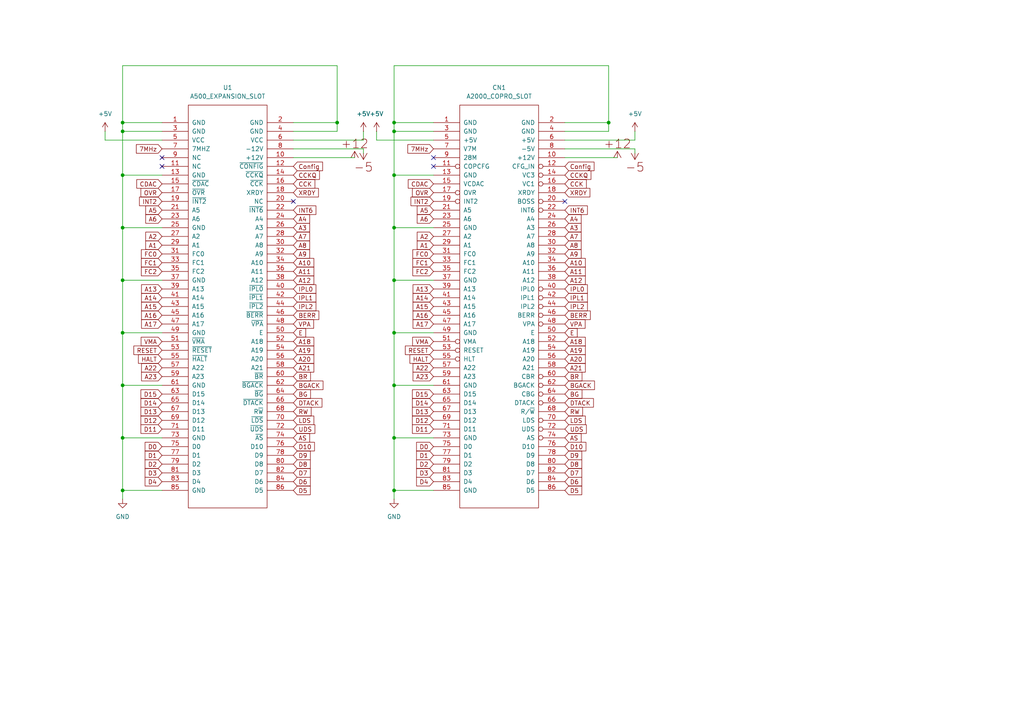
<source format=kicad_sch>
(kicad_sch (version 20250114) (generator "eeschema") (generator_version "9.0")
  (paper "A4")
  (lib_symbols
    (symbol "Amiga:A2000_COPRO_SLOT" (pin_names (offset 1.016))
      (property "Reference" "CN" (at 0 -2.54 0))
      (property "Value" "A2000_COPRO_SLOT" (at 0 2.54 0))
      (symbol "A2000_COPRO_SLOT_1_0"
        (rectangle (start -11.43 -58.42) (end 11.43 58.42))
      )
      (symbol "A2000_COPRO_SLOT_1_1"
        (pin power_out line (at -19.05 53.34 0) (length 7.62) (name "GND") (number "1"))
        (pin passive line (at -19.05 50.8 0) (length 7.62) (name "GND") (number "3"))
        (pin passive line (at -19.05 48.26 0) (length 7.62) (name "+5V") (number "5"))
        (pin output line (at -19.05 45.72 0) (length 7.62) (name "V7M") (number "7"))
        (pin output line (at -19.05 43.18 0) (length 7.62) (name "28M") (number "9"))
        (pin passive inverted (at -19.05 40.64 0) (length 7.62) (name "COPCFG") (number "11"))
        (pin passive line (at -19.05 38.1 0) (length 7.62) (name "GND") (number "13"))
        (pin passive line (at -19.05 35.56 0) (length 7.62) (name "VCDAC") (number "15"))
        (pin passive inverted (at -19.05 33.02 0) (length 7.62) (name "OVR") (number "17"))
        (pin passive inverted (at -19.05 30.48 0) (length 7.62) (name "INT2") (number "19"))
        (pin input line (at -19.05 27.94 0) (length 7.62) (name "A5") (number "21"))
        (pin input line (at -19.05 25.4 0) (length 7.62) (name "A6") (number "23"))
        (pin passive line (at -19.05 22.86 0) (length 7.62) (name "GND") (number "25"))
        (pin input line (at -19.05 20.32 0) (length 7.62) (name "A2") (number "27"))
        (pin input line (at -19.05 17.78 0) (length 7.62) (name "A1") (number "29"))
        (pin passive line (at -19.05 15.24 0) (length 7.62) (name "FC0") (number "31"))
        (pin passive line (at -19.05 12.7 0) (length 7.62) (name "FC1") (number "33"))
        (pin passive line (at -19.05 10.16 0) (length 7.62) (name "FC2") (number "35"))
        (pin passive line (at -19.05 7.62 0) (length 7.62) (name "GND") (number "37"))
        (pin input line (at -19.05 5.08 0) (length 7.62) (name "A13") (number "39"))
        (pin input line (at -19.05 2.54 0) (length 7.62) (name "A14") (number "41"))
        (pin input line (at -19.05 0 0) (length 7.62) (name "A15") (number "43"))
        (pin input line (at -19.05 -2.54 0) (length 7.62) (name "A16") (number "45"))
        (pin input line (at -19.05 -5.08 0) (length 7.62) (name "A17") (number "47"))
        (pin passive line (at -19.05 -7.62 0) (length 7.62) (name "GND") (number "49"))
        (pin passive inverted (at -19.05 -10.16 0) (length 7.62) (name "VMA") (number "51"))
        (pin passive inverted (at -19.05 -12.7 0) (length 7.62) (name "RESET") (number "53"))
        (pin passive inverted (at -19.05 -15.24 0) (length 7.62) (name "HLT") (number "55"))
        (pin input line (at -19.05 -17.78 0) (length 7.62) (name "A22") (number "57"))
        (pin input line (at -19.05 -20.32 0) (length 7.62) (name "A23") (number "59"))
        (pin passive line (at -19.05 -22.86 0) (length 7.62) (name "GND") (number "61"))
        (pin bidirectional line (at -19.05 -25.4 0) (length 7.62) (name "D15") (number "63"))
        (pin bidirectional line (at -19.05 -27.94 0) (length 7.62) (name "D14") (number "65"))
        (pin bidirectional line (at -19.05 -30.48 0) (length 7.62) (name "D13") (number "67"))
        (pin bidirectional line (at -19.05 -33.02 0) (length 7.62) (name "D12") (number "69"))
        (pin bidirectional line (at -19.05 -35.56 0) (length 7.62) (name "D11") (number "71"))
        (pin passive line (at -19.05 -38.1 0) (length 7.62) (name "GND") (number "73"))
        (pin bidirectional line (at -19.05 -40.64 0) (length 7.62) (name "D0") (number "75"))
        (pin bidirectional line (at -19.05 -43.18 0) (length 7.62) (name "D1") (number "77"))
        (pin bidirectional line (at -19.05 -45.72 0) (length 7.62) (name "D2") (number "79"))
        (pin bidirectional line (at -19.05 -48.26 0) (length 7.62) (name "D3") (number "81"))
        (pin bidirectional line (at -19.05 -50.8 0) (length 7.62) (name "D4") (number "83"))
        (pin passive line (at -19.05 -53.34 0) (length 7.62) (name "GND") (number "85"))
        (pin passive line (at 19.05 53.34 180) (length 7.62) (name "GND") (number "2"))
        (pin passive line (at 19.05 50.8 180) (length 7.62) (name "GND") (number "4"))
        (pin power_out line (at 19.05 48.26 180) (length 7.62) (name "+5V") (number "6"))
        (pin power_out line (at 19.05 45.72 180) (length 7.62) (name "-5V") (number "8"))
        (pin power_out line (at 19.05 43.18 180) (length 7.62) (name "+12V") (number "10"))
        (pin passive inverted (at 19.05 40.64 180) (length 7.62) (name "CFG_IN") (number "12"))
        (pin passive inverted (at 19.05 38.1 180) (length 7.62) (name "VC3") (number "14"))
        (pin passive inverted (at 19.05 35.56 180) (length 7.62) (name "VC1") (number "16"))
        (pin passive line (at 19.05 33.02 180) (length 7.62) (name "XRDY") (number "18"))
        (pin passive inverted (at 19.05 30.48 180) (length 7.62) (name "BOSS") (number "20"))
        (pin passive inverted (at 19.05 27.94 180) (length 7.62) (name "INT6") (number "22"))
        (pin input line (at 19.05 25.4 180) (length 7.62) (name "A4") (number "24"))
        (pin input line (at 19.05 22.86 180) (length 7.62) (name "A3") (number "26"))
        (pin input line (at 19.05 20.32 180) (length 7.62) (name "A7") (number "28"))
        (pin input line (at 19.05 17.78 180) (length 7.62) (name "A8") (number "30"))
        (pin input line (at 19.05 15.24 180) (length 7.62) (name "A9") (number "32"))
        (pin input line (at 19.05 12.7 180) (length 7.62) (name "A10") (number "34"))
        (pin input line (at 19.05 10.16 180) (length 7.62) (name "A11") (number "36"))
        (pin input line (at 19.05 7.62 180) (length 7.62) (name "A12") (number "38"))
        (pin passive inverted (at 19.05 5.08 180) (length 7.62) (name "IPL0") (number "40"))
        (pin passive inverted (at 19.05 2.54 180) (length 7.62) (name "IPL1") (number "42"))
        (pin passive inverted (at 19.05 0 180) (length 7.62) (name "IPL2") (number "44"))
        (pin passive inverted (at 19.05 -2.54 180) (length 7.62) (name "BERR") (number "46"))
        (pin passive inverted (at 19.05 -5.08 180) (length 7.62) (name "VPA") (number "48"))
        (pin passive line (at 19.05 -7.62 180) (length 7.62) (name "E") (number "50"))
        (pin input line (at 19.05 -10.16 180) (length 7.62) (name "A18") (number "52"))
        (pin input line (at 19.05 -12.7 180) (length 7.62) (name "A19") (number "54"))
        (pin input line (at 19.05 -15.24 180) (length 7.62) (name "A20") (number "56"))
        (pin input line (at 19.05 -17.78 180) (length 7.62) (name "A21") (number "58"))
        (pin passive inverted (at 19.05 -20.32 180) (length 7.62) (name "CBR") (number "60"))
        (pin passive inverted (at 19.05 -22.86 180) (length 7.62) (name "BGACK") (number "62"))
        (pin passive inverted (at 19.05 -25.4 180) (length 7.62) (name "CBG") (number "64"))
        (pin passive inverted (at 19.05 -27.94 180) (length 7.62) (name "DTACK") (number "66"))
        (pin input line (at 19.05 -30.48 180) (length 7.62) (name "R/~{W}") (number "68"))
        (pin passive inverted (at 19.05 -33.02 180) (length 7.62) (name "LDS") (number "70"))
        (pin passive inverted (at 19.05 -35.56 180) (length 7.62) (name "UDS") (number "72"))
        (pin passive inverted (at 19.05 -38.1 180) (length 7.62) (name "AS") (number "74"))
        (pin bidirectional line (at 19.05 -40.64 180) (length 7.62) (name "D10") (number "76"))
        (pin bidirectional line (at 19.05 -43.18 180) (length 7.62) (name "D9") (number "78"))
        (pin bidirectional line (at 19.05 -45.72 180) (length 7.62) (name "D8") (number "80"))
        (pin bidirectional line (at 19.05 -48.26 180) (length 7.62) (name "D7") (number "82"))
        (pin bidirectional line (at 19.05 -50.8 180) (length 7.62) (name "D6") (number "84"))
        (pin bidirectional line (at 19.05 -53.34 180) (length 7.62) (name "D5") (number "86"))
      )
    )
    (symbol "Amiga:A500_EXPANSION_SLOT" (pin_names (offset 1.016))
      (property "Reference" "U" (at 0 -2.54 0))
      (property "Value" "A500_EXPANSION_SLOT" (at 0 2.54 0))
      (symbol "A500_EXPANSION_SLOT_1_0"
        (rectangle (start -11.43 -58.42) (end 11.43 58.42))
      )
      (symbol "A500_EXPANSION_SLOT_1_1"
        (pin power_in line (at -19.05 53.34 0) (length 7.62) (name "GND") (number "1"))
        (pin power_in line (at -19.05 50.8 0) (length 7.62) (name "GND") (number "3"))
        (pin power_in line (at -19.05 48.26 0) (length 7.62) (name "VCC") (number "5"))
        (pin input line (at -19.05 45.72 0) (length 7.62) (name "7MHZ") (number "7"))
        (pin no_connect line (at -19.05 43.18 0) (length 7.62) (name "NC") (number "9"))
        (pin no_connect line (at -19.05 40.64 0) (length 7.62) (name "NC") (number "11"))
        (pin power_in line (at -19.05 38.1 0) (length 7.62) (name "GND") (number "13"))
        (pin input line (at -19.05 35.56 0) (length 7.62) (name "~{CDAC}") (number "15"))
        (pin output line (at -19.05 33.02 0) (length 7.62) (name "~{OVR}") (number "17"))
        (pin open_collector line (at -19.05 30.48 0) (length 7.62) (name "~{INT2}") (number "19"))
        (pin input line (at -19.05 27.94 0) (length 7.62) (name "A5") (number "21"))
        (pin input line (at -19.05 25.4 0) (length 7.62) (name "A6") (number "23"))
        (pin power_in line (at -19.05 22.86 0) (length 7.62) (name "GND") (number "25"))
        (pin input line (at -19.05 20.32 0) (length 7.62) (name "A2") (number "27"))
        (pin input line (at -19.05 17.78 0) (length 7.62) (name "A1") (number "29"))
        (pin input line (at -19.05 15.24 0) (length 7.62) (name "FC0") (number "31"))
        (pin input line (at -19.05 12.7 0) (length 7.62) (name "FC1") (number "33"))
        (pin input line (at -19.05 10.16 0) (length 7.62) (name "FC2") (number "35"))
        (pin power_in line (at -19.05 7.62 0) (length 7.62) (name "GND") (number "37"))
        (pin input line (at -19.05 5.08 0) (length 7.62) (name "A13") (number "39"))
        (pin input line (at -19.05 2.54 0) (length 7.62) (name "A14") (number "41"))
        (pin input line (at -19.05 0 0) (length 7.62) (name "A15") (number "43"))
        (pin input line (at -19.05 -2.54 0) (length 7.62) (name "A16") (number "45"))
        (pin input line (at -19.05 -5.08 0) (length 7.62) (name "A17") (number "47"))
        (pin power_in line (at -19.05 -7.62 0) (length 7.62) (name "GND") (number "49"))
        (pin input line (at -19.05 -10.16 0) (length 7.62) (name "~{VMA}") (number "51"))
        (pin bidirectional line (at -19.05 -12.7 0) (length 7.62) (name "~{RESET}") (number "53"))
        (pin bidirectional line (at -19.05 -15.24 0) (length 7.62) (name "~{HALT}") (number "55"))
        (pin input line (at -19.05 -17.78 0) (length 7.62) (name "A22") (number "57"))
        (pin input line (at -19.05 -20.32 0) (length 7.62) (name "A23") (number "59"))
        (pin power_in line (at -19.05 -22.86 0) (length 7.62) (name "GND") (number "61"))
        (pin bidirectional line (at -19.05 -25.4 0) (length 7.62) (name "D15") (number "63"))
        (pin bidirectional line (at -19.05 -27.94 0) (length 7.62) (name "D14") (number "65"))
        (pin bidirectional line (at -19.05 -30.48 0) (length 7.62) (name "D13") (number "67"))
        (pin bidirectional line (at -19.05 -33.02 0) (length 7.62) (name "D12") (number "69"))
        (pin bidirectional line (at -19.05 -35.56 0) (length 7.62) (name "D11") (number "71"))
        (pin power_in line (at -19.05 -38.1 0) (length 7.62) (name "GND") (number "73"))
        (pin bidirectional line (at -19.05 -40.64 0) (length 7.62) (name "D0") (number "75"))
        (pin bidirectional line (at -19.05 -43.18 0) (length 7.62) (name "D1") (number "77"))
        (pin bidirectional line (at -19.05 -45.72 0) (length 7.62) (name "D2") (number "79"))
        (pin bidirectional line (at -19.05 -48.26 0) (length 7.62) (name "D3") (number "81"))
        (pin bidirectional line (at -19.05 -50.8 0) (length 7.62) (name "D4") (number "83"))
        (pin input line (at -19.05 -53.34 0) (length 7.62) (name "GND") (number "85"))
        (pin power_in line (at 19.05 53.34 180) (length 7.62) (name "GND") (number "2"))
        (pin power_in line (at 19.05 50.8 180) (length 7.62) (name "GND") (number "4"))
        (pin power_in line (at 19.05 48.26 180) (length 7.62) (name "VCC") (number "6"))
        (pin power_in line (at 19.05 45.72 180) (length 7.62) (name "-12V") (number "8"))
        (pin power_in line (at 19.05 43.18 180) (length 7.62) (name "+12V") (number "10"))
        (pin input line (at 19.05 40.64 180) (length 7.62) (name "~{CONFIG}") (number "12"))
        (pin input line (at 19.05 38.1 180) (length 7.62) (name "~{CCKQ}") (number "14"))
        (pin input line (at 19.05 35.56 180) (length 7.62) (name "~{CCK}") (number "16"))
        (pin output line (at 19.05 33.02 180) (length 7.62) (name "XRDY") (number "18"))
        (pin no_connect line (at 19.05 30.48 180) (length 7.62) (name "NC") (number "20"))
        (pin open_collector line (at 19.05 27.94 180) (length 7.62) (name "~{INT6}") (number "22"))
        (pin input line (at 19.05 25.4 180) (length 7.62) (name "A4") (number "24"))
        (pin input line (at 19.05 22.86 180) (length 7.62) (name "A3") (number "26"))
        (pin input line (at 19.05 20.32 180) (length 7.62) (name "A7") (number "28"))
        (pin input line (at 19.05 17.78 180) (length 7.62) (name "A8") (number "30"))
        (pin input line (at 19.05 15.24 180) (length 7.62) (name "A9") (number "32"))
        (pin input line (at 19.05 12.7 180) (length 7.62) (name "A10") (number "34"))
        (pin input line (at 19.05 10.16 180) (length 7.62) (name "A11") (number "36"))
        (pin input line (at 19.05 7.62 180) (length 7.62) (name "A12") (number "38"))
        (pin input line (at 19.05 5.08 180) (length 7.62) (name "~{IPL0}") (number "40"))
        (pin input line (at 19.05 2.54 180) (length 7.62) (name "~{IPL1}") (number "42"))
        (pin input line (at 19.05 0 180) (length 7.62) (name "~{IPL2}") (number "44"))
        (pin bidirectional line (at 19.05 -2.54 180) (length 7.62) (name "~{BERR}") (number "46"))
        (pin output line (at 19.05 -5.08 180) (length 7.62) (name "~{VPA}") (number "48"))
        (pin input line (at 19.05 -7.62 180) (length 7.62) (name "E") (number "50"))
        (pin input line (at 19.05 -10.16 180) (length 7.62) (name "A18") (number "52"))
        (pin input line (at 19.05 -12.7 180) (length 7.62) (name "A19") (number "54"))
        (pin input line (at 19.05 -15.24 180) (length 7.62) (name "A20") (number "56"))
        (pin input line (at 19.05 -17.78 180) (length 7.62) (name "A21") (number "58"))
        (pin output line (at 19.05 -20.32 180) (length 7.62) (name "~{BR}") (number "60"))
        (pin output line (at 19.05 -22.86 180) (length 7.62) (name "~{BGACK}") (number "62"))
        (pin input line (at 19.05 -25.4 180) (length 7.62) (name "~{BG}") (number "64"))
        (pin input line (at 19.05 -27.94 180) (length 7.62) (name "~{DTACK}") (number "66"))
        (pin input line (at 19.05 -30.48 180) (length 7.62) (name "R~{W}") (number "68"))
        (pin input line (at 19.05 -33.02 180) (length 7.62) (name "~{LDS}") (number "70"))
        (pin input line (at 19.05 -35.56 180) (length 7.62) (name "~{UDS}") (number "72"))
        (pin input line (at 19.05 -38.1 180) (length 7.62) (name "~{AS}") (number "74"))
        (pin bidirectional line (at 19.05 -40.64 180) (length 7.62) (name "D10") (number "76"))
        (pin bidirectional line (at 19.05 -43.18 180) (length 7.62) (name "D9") (number "78"))
        (pin bidirectional line (at 19.05 -45.72 180) (length 7.62) (name "D8") (number "80"))
        (pin bidirectional line (at 19.05 -48.26 180) (length 7.62) (name "D7") (number "82"))
        (pin bidirectional line (at 19.05 -50.8 180) (length 7.62) (name "D6") (number "84"))
        (pin bidirectional line (at 19.05 -53.34 180) (length 7.62) (name "D5") (number "86"))
      )
    )
    (symbol "PCM_Generic:P,+12" (power) (pin_numbers (hide yes)) (pin_names (offset 1.27) (hide yes))
      (symbol "P,+12_1_1"
        (polyline (pts (xy -1.0668 0) (xy 0 1.8288) (xy 1.0668 0)))
        (polyline (pts (xy 0 0) (xy 0 1.8288)))
        (text "+12" (at 0 2.54 0) (effects (font (size 2.54 2.54)) (justify bottom)))
        (pin power_in line (at 0 0 0) (length 0) (hide yes) (name "+10") (number "0"))
      )
    )
    (symbol "PCM_Generic:P,-5" (power) (pin_numbers (hide yes)) (pin_names (offset 1.27) (hide yes))
      (symbol "P,-5_1_1"
        (polyline (pts (xy -1.0668 0) (xy 0 -1.8288) (xy 1.0668 0)))
        (polyline (pts (xy 0 0) (xy 0 -1.8288)))
        (text "-5" (at 0 -2.54 0) (effects (font (size 2.54 2.54)) (justify top)))
        (pin power_in line (at 0 0 0) (length 0) (hide yes) (name "-5") (number "0"))
      )
    )
    (symbol "power:+5V" (power) (pin_numbers (hide yes)) (pin_names (offset 0) (hide yes))
      (property "Value" "+5V" (at 0 3.556 0))
      (symbol "+5V_0_1"
        (polyline (pts (xy -0.762 1.27) (xy 0 2.54)))
        (polyline (pts (xy 0 2.54) (xy 0.762 1.27)))
        (polyline (pts (xy 0 0) (xy 0 2.54)))
      )
      (symbol "+5V_1_1"
        (pin power_in line (at 0 0 90) (length 0) (name "~") (number "1"))
      )
    )
    (symbol "power:GND" (power) (pin_numbers (hide yes)) (pin_names (offset 0) (hide yes))
      (property "Value" "GND" (at 0 -3.81 0))
      (symbol "GND_0_1"
        (polyline (pts (xy 0 0) (xy 0 -1.27) (xy 1.27 -1.27) (xy 0 -2.54) (xy -1.27 -1.27) (xy 0 -1.27)))
      )
      (symbol "GND_1_1"
        (pin power_in line (at 0 0 270) (length 0) (name "~") (number "1"))
      )
    )
  )
  (junction (at 35.56 50.8))
  (junction (at 114.3 50.8))
  (junction (at 35.56 66.04))
  (junction (at 114.3 111.76))
  (junction (at 114.3 96.52))
  (junction (at 176.53 35.56))
  (junction (at 35.56 111.76))
  (junction (at 114.3 142.24))
  (junction (at 35.56 127))
  (junction (at 35.56 35.56))
  (junction (at 35.56 142.24))
  (junction (at 97.79 35.56))
  (junction (at 114.3 81.28))
  (junction (at 35.56 96.52))
  (junction (at 114.3 38.1))
  (junction (at 114.3 66.04))
  (junction (at 114.3 127))
  (junction (at 35.56 81.28))
  (junction (at 35.56 38.1))
  (junction (at 114.3 35.56))
  (no_connect (at 46.99 45.72))
  (no_connect (at 125.73 48.26))
  (no_connect (at 46.99 48.26))
  (no_connect (at 163.83 58.42))
  (no_connect (at 125.73 45.72))
  (no_connect (at 85.09 58.42))
  (wire (pts (xy 114.3 81.28) (xy 114.3 66.04)))
  (wire (pts (xy 85.09 38.1) (xy 97.79 38.1)))
  (wire (pts (xy 35.56 35.56) (xy 46.99 35.56)))
  (wire (pts (xy 35.56 96.52) (xy 46.99 96.52)))
  (wire (pts (xy 35.56 142.24) (xy 35.56 127)))
  (wire (pts (xy 184.15 43.18) (xy 184.15 44.45)))
  (wire (pts (xy 105.41 40.64) (xy 105.41 38.1)))
  (wire (pts (xy 85.09 35.56) (xy 97.79 35.56)))
  (wire (pts (xy 114.3 111.76) (xy 114.3 96.52)))
  (wire (pts (xy 163.83 40.64) (xy 184.15 40.64)))
  (wire (pts (xy 97.79 35.56) (xy 97.79 19.05)))
  (wire (pts (xy 114.3 81.28) (xy 125.73 81.28)))
  (wire (pts (xy 176.53 35.56) (xy 176.53 19.05)))
  (wire (pts (xy 114.3 96.52) (xy 125.73 96.52)))
  (wire (pts (xy 85.09 40.64) (xy 105.41 40.64)))
  (wire (pts (xy 114.3 19.05) (xy 114.3 35.56)))
  (wire (pts (xy 35.56 142.24) (xy 46.99 142.24)))
  (wire (pts (xy 114.3 127) (xy 125.73 127)))
  (wire (pts (xy 114.3 111.76) (xy 125.73 111.76)))
  (wire (pts (xy 114.3 66.04) (xy 125.73 66.04)))
  (wire (pts (xy 114.3 35.56) (xy 125.73 35.56)))
  (wire (pts (xy 163.83 43.18) (xy 184.15 43.18)))
  (wire (pts (xy 35.56 127) (xy 46.99 127)))
  (wire (pts (xy 114.3 50.8) (xy 114.3 38.1)))
  (wire (pts (xy 114.3 38.1) (xy 125.73 38.1)))
  (wire (pts (xy 105.41 43.18) (xy 105.41 44.45)))
  (wire (pts (xy 114.3 38.1) (xy 114.3 35.56)))
  (wire (pts (xy 35.56 96.52) (xy 35.56 81.28)))
  (wire (pts (xy 35.56 111.76) (xy 46.99 111.76)))
  (wire (pts (xy 163.83 35.56) (xy 176.53 35.56)))
  (wire (pts (xy 184.15 40.64) (xy 184.15 38.1)))
  (wire (pts (xy 163.83 45.72) (xy 179.07 45.72)))
  (wire (pts (xy 35.56 81.28) (xy 46.99 81.28)))
  (wire (pts (xy 35.56 66.04) (xy 46.99 66.04)))
  (wire (pts (xy 30.48 38.1) (xy 30.48 40.64)))
  (wire (pts (xy 97.79 38.1) (xy 97.79 35.56)))
  (wire (pts (xy 97.79 19.05) (xy 35.56 19.05)))
  (wire (pts (xy 109.22 38.1) (xy 109.22 40.64)))
  (wire (pts (xy 35.56 50.8) (xy 35.56 38.1)))
  (wire (pts (xy 35.56 50.8) (xy 46.99 50.8)))
  (wire (pts (xy 35.56 38.1) (xy 35.56 35.56)))
  (wire (pts (xy 46.99 40.64) (xy 30.48 40.64)))
  (wire (pts (xy 163.83 38.1) (xy 176.53 38.1)))
  (wire (pts (xy 85.09 43.18) (xy 105.41 43.18)))
  (wire (pts (xy 114.3 96.52) (xy 114.3 81.28)))
  (wire (pts (xy 176.53 38.1) (xy 176.53 35.56)))
  (wire (pts (xy 114.3 50.8) (xy 125.73 50.8)))
  (wire (pts (xy 85.09 45.72) (xy 102.87 45.72)))
  (wire (pts (xy 35.56 19.05) (xy 35.56 35.56)))
  (wire (pts (xy 35.56 127) (xy 35.56 111.76)))
  (wire (pts (xy 176.53 19.05) (xy 114.3 19.05)))
  (wire (pts (xy 35.56 38.1) (xy 46.99 38.1)))
  (wire (pts (xy 114.3 144.78) (xy 114.3 142.24)))
  (wire (pts (xy 35.56 81.28) (xy 35.56 66.04)))
  (wire (pts (xy 114.3 142.24) (xy 114.3 127)))
  (wire (pts (xy 125.73 40.64) (xy 109.22 40.64)))
  (wire (pts (xy 35.56 144.78) (xy 35.56 142.24)))
  (wire (pts (xy 35.56 111.76) (xy 35.56 96.52)))
  (wire (pts (xy 114.3 127) (xy 114.3 111.76)))
  (wire (pts (xy 114.3 142.24) (xy 125.73 142.24)))
  (wire (pts (xy 114.3 66.04) (xy 114.3 50.8)))
  (wire (pts (xy 35.56 66.04) (xy 35.56 50.8)))
  (global_label "A1" (shape input) (at 46.99 71.12 180) (property "Intersheetrefs" "${INTERSHEET_REFS}" (effects (hide yes))))
  (global_label "A10" (shape input) (at 163.83 76.2 0) (property "Intersheetrefs" "${INTERSHEET_REFS}" (effects (hide yes))))
  (global_label "A23" (shape input) (at 125.73 109.22 180) (property "Intersheetrefs" "${INTERSHEET_REFS}" (effects (hide yes))))
  (global_label "BG" (shape input) (at 85.09 114.3 0) (property "Intersheetrefs" "${INTERSHEET_REFS}" (effects (hide yes))))
  (global_label "D6" (shape input) (at 163.83 139.7 0) (property "Intersheetrefs" "${INTERSHEET_REFS}" (effects (hide yes))))
  (global_label "VMA" (shape input) (at 125.73 99.06 180) (property "Intersheetrefs" "${INTERSHEET_REFS}" (effects (hide yes))))
  (global_label "A18" (shape input) (at 85.09 99.06 0) (property "Intersheetrefs" "${INTERSHEET_REFS}" (effects (hide yes))))
  (global_label "D5" (shape input) (at 163.83 142.24 0) (property "Intersheetrefs" "${INTERSHEET_REFS}" (effects (hide yes))))
  (global_label "CCKQ" (shape input) (at 163.83 50.8 0) (property "Intersheetrefs" "${INTERSHEET_REFS}" (effects (hide yes))))
  (global_label "RW" (shape input) (at 163.83 119.38 0) (property "Intersheetrefs" "${INTERSHEET_REFS}" (effects (hide yes))))
  (global_label "A8" (shape input) (at 85.09 71.12 0) (property "Intersheetrefs" "${INTERSHEET_REFS}" (effects (hide yes))))
  (global_label "D9" (shape input) (at 85.09 132.08 0) (property "Intersheetrefs" "${INTERSHEET_REFS}" (effects (hide yes))))
  (global_label "D11" (shape input) (at 46.99 124.46 180) (property "Intersheetrefs" "${INTERSHEET_REFS}" (effects (hide yes))))
  (global_label "A14" (shape input) (at 125.73 86.36 180) (property "Intersheetrefs" "${INTERSHEET_REFS}" (effects (hide yes))))
  (global_label "FC1" (shape input) (at 125.73 76.2 180) (property "Intersheetrefs" "${INTERSHEET_REFS}" (effects (hide yes))))
  (global_label "AS" (shape input) (at 163.83 127 0) (property "Intersheetrefs" "${INTERSHEET_REFS}" (effects (hide yes))))
  (global_label "A3" (shape input) (at 163.83 66.04 0) (property "Intersheetrefs" "${INTERSHEET_REFS}" (effects (hide yes))))
  (global_label "CDAC" (shape input) (at 125.73 53.34 180) (property "Intersheetrefs" "${INTERSHEET_REFS}" (effects (hide yes))))
  (global_label "E" (shape input) (at 85.09 96.52 0) (property "Intersheetrefs" "${INTERSHEET_REFS}" (effects (hide yes))))
  (global_label "D7" (shape input) (at 85.09 137.16 0) (property "Intersheetrefs" "${INTERSHEET_REFS}" (effects (hide yes))))
  (global_label "AS" (shape input) (at 85.09 127 0) (property "Intersheetrefs" "${INTERSHEET_REFS}" (effects (hide yes))))
  (global_label "D14" (shape input) (at 46.99 116.84 180) (property "Intersheetrefs" "${INTERSHEET_REFS}" (effects (hide yes))))
  (global_label "D12" (shape input) (at 125.73 121.92 180) (property "Intersheetrefs" "${INTERSHEET_REFS}" (effects (hide yes))))
  (global_label "A13" (shape input) (at 125.73 83.82 180) (property "Intersheetrefs" "${INTERSHEET_REFS}" (effects (hide yes))))
  (global_label "A4" (shape input) (at 163.83 63.5 0) (property "Intersheetrefs" "${INTERSHEET_REFS}" (effects (hide yes))))
  (global_label "LDS" (shape input) (at 85.09 121.92 0) (property "Intersheetrefs" "${INTERSHEET_REFS}" (effects (hide yes))))
  (global_label "D10" (shape input) (at 163.83 129.54 0) (property "Intersheetrefs" "${INTERSHEET_REFS}" (effects (hide yes))))
  (global_label "IPL1" (shape input) (at 163.83 86.36 0) (property "Intersheetrefs" "${INTERSHEET_REFS}" (effects (hide yes))))
  (global_label "A1" (shape input) (at 125.73 71.12 180) (property "Intersheetrefs" "${INTERSHEET_REFS}" (effects (hide yes))))
  (global_label "IPL0" (shape input) (at 163.83 83.82 0) (property "Intersheetrefs" "${INTERSHEET_REFS}" (effects (hide yes))))
  (global_label "A6" (shape input) (at 125.73 63.5 180) (property "Intersheetrefs" "${INTERSHEET_REFS}" (effects (hide yes))))
  (global_label "A13" (shape input) (at 46.99 83.82 180) (property "Intersheetrefs" "${INTERSHEET_REFS}" (effects (hide yes))))
  (global_label "A14" (shape input) (at 46.99 86.36 180) (property "Intersheetrefs" "${INTERSHEET_REFS}" (effects (hide yes))))
  (global_label "A7" (shape input) (at 85.09 68.58 0) (property "Intersheetrefs" "${INTERSHEET_REFS}" (effects (hide yes))))
  (global_label "D13" (shape input) (at 125.73 119.38 180) (property "Intersheetrefs" "${INTERSHEET_REFS}" (effects (hide yes))))
  (global_label "HALT" (shape input) (at 46.99 104.14 180) (property "Intersheetrefs" "${INTERSHEET_REFS}" (effects (hide yes))))
  (global_label "D1" (shape input) (at 125.73 132.08 180) (property "Intersheetrefs" "${INTERSHEET_REFS}" (effects (hide yes))))
  (global_label "A17" (shape input) (at 46.99 93.98 180) (property "Intersheetrefs" "${INTERSHEET_REFS}" (effects (hide yes))))
  (global_label "CCK" (shape input) (at 163.83 53.34 0) (property "Intersheetrefs" "${INTERSHEET_REFS}" (effects (hide yes))))
  (global_label "IPL1" (shape input) (at 85.09 86.36 0) (property "Intersheetrefs" "${INTERSHEET_REFS}" (effects (hide yes))))
  (global_label "A7" (shape input) (at 163.83 68.58 0) (property "Intersheetrefs" "${INTERSHEET_REFS}" (effects (hide yes))))
  (global_label "BERR" (shape input) (at 163.83 91.44 0) (property "Intersheetrefs" "${INTERSHEET_REFS}" (effects (hide yes))))
  (global_label "A4" (shape input) (at 85.09 63.5 0) (property "Intersheetrefs" "${INTERSHEET_REFS}" (effects (hide yes))))
  (global_label "A20" (shape input) (at 163.83 104.14 0) (property "Intersheetrefs" "${INTERSHEET_REFS}" (effects (hide yes))))
  (global_label "FC1" (shape input) (at 46.99 76.2 180) (property "Intersheetrefs" "${INTERSHEET_REFS}" (effects (hide yes))))
  (global_label "RESET" (shape input) (at 125.73 101.6 180) (property "Intersheetrefs" "${INTERSHEET_REFS}" (effects (hide yes))))
  (global_label "D3" (shape input) (at 46.99 137.16 180) (property "Intersheetrefs" "${INTERSHEET_REFS}" (effects (hide yes))))
  (global_label "INT2" (shape input) (at 46.99 58.42 180) (property "Intersheetrefs" "${INTERSHEET_REFS}" (effects (hide yes))))
  (global_label "UDS" (shape input) (at 85.09 124.46 0) (property "Intersheetrefs" "${INTERSHEET_REFS}" (effects (hide yes))))
  (global_label "D15" (shape input) (at 46.99 114.3 180) (property "Intersheetrefs" "${INTERSHEET_REFS}" (effects (hide yes))))
  (global_label "A9" (shape input) (at 85.09 73.66 0) (property "Intersheetrefs" "${INTERSHEET_REFS}" (effects (hide yes))))
  (global_label "A20" (shape input) (at 85.09 104.14 0) (property "Intersheetrefs" "${INTERSHEET_REFS}" (effects (hide yes))))
  (global_label "BR" (shape input) (at 85.09 109.22 0) (property "Intersheetrefs" "${INTERSHEET_REFS}" (effects (hide yes))))
  (global_label "D8" (shape input) (at 163.83 134.62 0) (property "Intersheetrefs" "${INTERSHEET_REFS}" (effects (hide yes))))
  (global_label "7MHz" (shape input) (at 46.99 43.18 180) (property "Intersheetrefs" "${INTERSHEET_REFS}" (effects (hide yes))))
  (global_label "BGACK" (shape input) (at 163.83 111.76 0) (property "Intersheetrefs" "${INTERSHEET_REFS}" (effects (hide yes))))
  (global_label "A9" (shape input) (at 163.83 73.66 0) (property "Intersheetrefs" "${INTERSHEET_REFS}" (effects (hide yes))))
  (global_label "A12" (shape input) (at 163.83 81.28 0) (property "Intersheetrefs" "${INTERSHEET_REFS}" (effects (hide yes))))
  (global_label "D4" (shape input) (at 125.73 139.7 180) (property "Intersheetrefs" "${INTERSHEET_REFS}" (effects (hide yes))))
  (global_label "D12" (shape input) (at 46.99 121.92 180) (property "Intersheetrefs" "${INTERSHEET_REFS}" (effects (hide yes))))
  (global_label "D7" (shape input) (at 163.83 137.16 0) (property "Intersheetrefs" "${INTERSHEET_REFS}" (effects (hide yes))))
  (global_label "LDS" (shape input) (at 163.83 121.92 0) (property "Intersheetrefs" "${INTERSHEET_REFS}" (effects (hide yes))))
  (global_label "A3" (shape input) (at 85.09 66.04 0) (property "Intersheetrefs" "${INTERSHEET_REFS}" (effects (hide yes))))
  (global_label "OVR" (shape input) (at 46.99 55.88 180) (property "Intersheetrefs" "${INTERSHEET_REFS}" (effects (hide yes))))
  (global_label "A17" (shape input) (at 125.73 93.98 180) (property "Intersheetrefs" "${INTERSHEET_REFS}" (effects (hide yes))))
  (global_label "D10" (shape input) (at 85.09 129.54 0) (property "Intersheetrefs" "${INTERSHEET_REFS}" (effects (hide yes))))
  (global_label "BR" (shape input) (at 163.83 109.22 0) (property "Intersheetrefs" "${INTERSHEET_REFS}" (effects (hide yes))))
  (global_label "D3" (shape input) (at 125.73 137.16 180) (property "Intersheetrefs" "${INTERSHEET_REFS}" (effects (hide yes))))
  (global_label "A15" (shape input) (at 125.73 88.9 180) (property "Intersheetrefs" "${INTERSHEET_REFS}" (effects (hide yes))))
  (global_label "DTACK" (shape input) (at 163.83 116.84 0) (property "Intersheetrefs" "${INTERSHEET_REFS}" (effects (hide yes))))
  (global_label "Config" (shape input) (at 163.83 48.26 0) (property "Intersheetrefs" "${INTERSHEET_REFS}" (effects (hide yes))))
  (global_label "7MHz" (shape input) (at 125.73 43.18 180) (property "Intersheetrefs" "${INTERSHEET_REFS}" (effects (hide yes))))
  (global_label "D1" (shape input) (at 46.99 132.08 180) (property "Intersheetrefs" "${INTERSHEET_REFS}" (effects (hide yes))))
  (global_label "XRDY" (shape input) (at 163.83 55.88 0) (property "Intersheetrefs" "${INTERSHEET_REFS}" (effects (hide yes))))
  (global_label "FC0" (shape input) (at 46.99 73.66 180) (property "Intersheetrefs" "${INTERSHEET_REFS}" (effects (hide yes))))
  (global_label "A16" (shape input) (at 125.73 91.44 180) (property "Intersheetrefs" "${INTERSHEET_REFS}" (effects (hide yes))))
  (global_label "D11" (shape input) (at 125.73 124.46 180) (property "Intersheetrefs" "${INTERSHEET_REFS}" (effects (hide yes))))
  (global_label "A15" (shape input) (at 46.99 88.9 180) (property "Intersheetrefs" "${INTERSHEET_REFS}" (effects (hide yes))))
  (global_label "D14" (shape input) (at 125.73 116.84 180) (property "Intersheetrefs" "${INTERSHEET_REFS}" (effects (hide yes))))
  (global_label "A16" (shape input) (at 46.99 91.44 180) (property "Intersheetrefs" "${INTERSHEET_REFS}" (effects (hide yes))))
  (global_label "CCKQ" (shape input) (at 85.09 50.8 0) (property "Intersheetrefs" "${INTERSHEET_REFS}" (effects (hide yes))))
  (global_label "D6" (shape input) (at 85.09 139.7 0) (property "Intersheetrefs" "${INTERSHEET_REFS}" (effects (hide yes))))
  (global_label "IPL2" (shape input) (at 85.09 88.9 0) (property "Intersheetrefs" "${INTERSHEET_REFS}" (effects (hide yes))))
  (global_label "D2" (shape input) (at 46.99 134.62 180) (property "Intersheetrefs" "${INTERSHEET_REFS}" (effects (hide yes))))
  (global_label "IPL2" (shape input) (at 163.83 88.9 0) (property "Intersheetrefs" "${INTERSHEET_REFS}" (effects (hide yes))))
  (global_label "INT6" (shape input) (at 163.83 60.96 0) (property "Intersheetrefs" "${INTERSHEET_REFS}" (effects (hide yes))))
  (global_label "Config" (shape input) (at 85.09 48.26 0) (property "Intersheetrefs" "${INTERSHEET_REFS}" (effects (hide yes))))
  (global_label "BGACK" (shape input) (at 85.09 111.76 0) (property "Intersheetrefs" "${INTERSHEET_REFS}" (effects (hide yes))))
  (global_label "BG" (shape input) (at 163.83 114.3 0) (property "Intersheetrefs" "${INTERSHEET_REFS}" (effects (hide yes))))
  (global_label "A5" (shape input) (at 125.73 60.96 180) (property "Intersheetrefs" "${INTERSHEET_REFS}" (effects (hide yes))))
  (global_label "A19" (shape input) (at 85.09 101.6 0) (property "Intersheetrefs" "${INTERSHEET_REFS}" (effects (hide yes))))
  (global_label "D4" (shape input) (at 46.99 139.7 180) (property "Intersheetrefs" "${INTERSHEET_REFS}" (effects (hide yes))))
  (global_label "UDS" (shape input) (at 163.83 124.46 0) (property "Intersheetrefs" "${INTERSHEET_REFS}" (effects (hide yes))))
  (global_label "D0" (shape input) (at 46.99 129.54 180) (property "Intersheetrefs" "${INTERSHEET_REFS}" (effects (hide yes))))
  (global_label "OVR" (shape input) (at 125.73 55.88 180) (property "Intersheetrefs" "${INTERSHEET_REFS}" (effects (hide yes))))
  (global_label "A23" (shape input) (at 46.99 109.22 180) (property "Intersheetrefs" "${INTERSHEET_REFS}" (effects (hide yes))))
  (global_label "A2" (shape input) (at 46.99 68.58 180) (property "Intersheetrefs" "${INTERSHEET_REFS}" (effects (hide yes))))
  (global_label "D5" (shape input) (at 85.09 142.24 0) (property "Intersheetrefs" "${INTERSHEET_REFS}" (effects (hide yes))))
  (global_label "A21" (shape input) (at 85.09 106.68 0) (property "Intersheetrefs" "${INTERSHEET_REFS}" (effects (hide yes))))
  (global_label "D9" (shape input) (at 163.83 132.08 0) (property "Intersheetrefs" "${INTERSHEET_REFS}" (effects (hide yes))))
  (global_label "D13" (shape input) (at 46.99 119.38 180) (property "Intersheetrefs" "${INTERSHEET_REFS}" (effects (hide yes))))
  (global_label "A5" (shape input) (at 46.99 60.96 180) (property "Intersheetrefs" "${INTERSHEET_REFS}" (effects (hide yes))))
  (global_label "D15" (shape input) (at 125.73 114.3 180) (property "Intersheetrefs" "${INTERSHEET_REFS}" (effects (hide yes))))
  (global_label "E" (shape input) (at 163.83 96.52 0) (property "Intersheetrefs" "${INTERSHEET_REFS}" (effects (hide yes))))
  (global_label "A12" (shape input) (at 85.09 81.28 0) (property "Intersheetrefs" "${INTERSHEET_REFS}" (effects (hide yes))))
  (global_label "A22" (shape input) (at 125.73 106.68 180) (property "Intersheetrefs" "${INTERSHEET_REFS}" (effects (hide yes))))
  (global_label "VPA" (shape input) (at 163.83 93.98 0) (property "Intersheetrefs" "${INTERSHEET_REFS}" (effects (hide yes))))
  (global_label "A11" (shape input) (at 85.09 78.74 0) (property "Intersheetrefs" "${INTERSHEET_REFS}" (effects (hide yes))))
  (global_label "A2" (shape input) (at 125.73 68.58 180) (property "Intersheetrefs" "${INTERSHEET_REFS}" (effects (hide yes))))
  (global_label "FC2" (shape input) (at 46.99 78.74 180) (property "Intersheetrefs" "${INTERSHEET_REFS}" (effects (hide yes))))
  (global_label "A21" (shape input) (at 163.83 106.68 0) (property "Intersheetrefs" "${INTERSHEET_REFS}" (effects (hide yes))))
  (global_label "A18" (shape input) (at 163.83 99.06 0) (property "Intersheetrefs" "${INTERSHEET_REFS}" (effects (hide yes))))
  (global_label "CCK" (shape input) (at 85.09 53.34 0) (property "Intersheetrefs" "${INTERSHEET_REFS}" (effects (hide yes))))
  (global_label "VPA" (shape input) (at 85.09 93.98 0) (property "Intersheetrefs" "${INTERSHEET_REFS}" (effects (hide yes))))
  (global_label "A6" (shape input) (at 46.99 63.5 180) (property "Intersheetrefs" "${INTERSHEET_REFS}" (effects (hide yes))))
  (global_label "D0" (shape input) (at 125.73 129.54 180) (property "Intersheetrefs" "${INTERSHEET_REFS}" (effects (hide yes))))
  (global_label "DTACK" (shape input) (at 85.09 116.84 0) (property "Intersheetrefs" "${INTERSHEET_REFS}" (effects (hide yes))))
  (global_label "HALT" (shape input) (at 125.73 104.14 180) (property "Intersheetrefs" "${INTERSHEET_REFS}" (effects (hide yes))))
  (global_label "INT6" (shape input) (at 85.09 60.96 0) (property "Intersheetrefs" "${INTERSHEET_REFS}" (effects (hide yes))))
  (global_label "A10" (shape input) (at 85.09 76.2 0) (property "Intersheetrefs" "${INTERSHEET_REFS}" (effects (hide yes))))
  (global_label "A22" (shape input) (at 46.99 106.68 180) (property "Intersheetrefs" "${INTERSHEET_REFS}" (effects (hide yes))))
  (global_label "D2" (shape input) (at 125.73 134.62 180) (property "Intersheetrefs" "${INTERSHEET_REFS}" (effects (hide yes))))
  (global_label "A8" (shape input) (at 163.83 71.12 0) (property "Intersheetrefs" "${INTERSHEET_REFS}" (effects (hide yes))))
  (global_label "IPL0" (shape input) (at 85.09 83.82 0) (property "Intersheetrefs" "${INTERSHEET_REFS}" (effects (hide yes))))
  (global_label "A11" (shape input) (at 163.83 78.74 0) (property "Intersheetrefs" "${INTERSHEET_REFS}" (effects (hide yes))))
  (global_label "BERR" (shape input) (at 85.09 91.44 0) (property "Intersheetrefs" "${INTERSHEET_REFS}" (effects (hide yes))))
  (global_label "CDAC" (shape input) (at 46.99 53.34 180) (property "Intersheetrefs" "${INTERSHEET_REFS}" (effects (hide yes))))
  (global_label "XRDY" (shape input) (at 85.09 55.88 0) (property "Intersheetrefs" "${INTERSHEET_REFS}" (effects (hide yes))))
  (global_label "INT2" (shape input) (at 125.73 58.42 180) (property "Intersheetrefs" "${INTERSHEET_REFS}" (effects (hide yes))))
  (global_label "VMA" (shape input) (at 46.99 99.06 180) (property "Intersheetrefs" "${INTERSHEET_REFS}" (effects (hide yes))))
  (global_label "A19" (shape input) (at 163.83 101.6 0) (property "Intersheetrefs" "${INTERSHEET_REFS}" (effects (hide yes))))
  (global_label "RW" (shape input) (at 85.09 119.38 0) (property "Intersheetrefs" "${INTERSHEET_REFS}" (effects (hide yes))))
  (global_label "RESET" (shape input) (at 46.99 101.6 180) (property "Intersheetrefs" "${INTERSHEET_REFS}" (effects (hide yes))))
  (global_label "FC0" (shape input) (at 125.73 73.66 180) (property "Intersheetrefs" "${INTERSHEET_REFS}" (effects (hide yes))))
  (global_label "D8" (shape input) (at 85.09 134.62 0) (property "Intersheetrefs" "${INTERSHEET_REFS}" (effects (hide yes))))
  (global_label "FC2" (shape input) (at 125.73 78.74 180) (property "Intersheetrefs" "${INTERSHEET_REFS}" (effects (hide yes))))
  (symbol (lib_id "power:+5V") (at 109.22 38.1 0) (unit 1)
    (property "Reference" "#PWR04" (effects (hide yes)))
    (property "Value" "+5V" (at 109.22 33.02 0))
    (property "Description" "Power symbol creates a global label with name \"+5V\"" (effects (hide yes)))
  )
  (symbol (lib_id "power:+5V") (at 30.48 38.1 0) (unit 1)
    (property "Reference" "#PWR02" (effects (hide yes)))
    (property "Value" "+5V" (at 30.48 33.02 0))
    (property "Description" "Power symbol creates a global label with name \"+5V\"" (effects (hide yes)))
  )
  (symbol (lib_id "power:+5V") (at 105.41 38.1 0) (unit 1)
    (property "Reference" "#PWR09" (effects (hide yes)))
    (property "Value" "+5V" (at 105.41 33.02 0))
    (property "Description" "Power symbol creates a global label with name \"+5V\"" (effects (hide yes)))
  )
  (symbol (lib_id "PCM_Generic:P,-5") (at 184.15 44.45 0) (unit 1)
    (property "Reference" "#PWR05" (effects (hide yes)))
    (property "Value" "P,-5" (effects (hide yes)))
    (property "Description" "-5 negative potential/voltage (global DC power supply node)" (effects (hide yes)))
  )
  (symbol (lib_id "power:+5V") (at 184.15 38.1 0) (unit 1)
    (property "Reference" "#PWR03" (effects (hide yes)))
    (property "Value" "+5V" (at 184.15 33.02 0))
    (property "Description" "Power symbol creates a global label with name \"+5V\"" (effects (hide yes)))
  )
  (symbol (lib_id "power:GND") (at 35.56 144.78 0) (unit 1)
    (property "Reference" "#PWR07" (effects (hide yes)))
    (property "Value" "GND" (at 35.56 149.86 0))
    (property "Description" "Power symbol creates a global label with name \"GND\" , ground" (effects (hide yes)))
  )
  (symbol (lib_id "PCM_Generic:P,+12") (at 179.07 45.72 0) (unit 1)
    (property "Reference" "#PWR06" (effects (hide yes)))
    (property "Value" "P,+12" (effects (hide yes)))
    (property "Description" "+12 positive potential/voltage (global DC power supply node)" (effects (hide yes)))
  )
  (symbol (lib_id "Amiga:A500_EXPANSION_SLOT") (at 66.04 88.9 0) (unit 1)
    (property "Reference" "U1" (at 66.04 25.4 0))
    (property "Value" "A500_EXPANSION_SLOT" (at 66.04 27.94 0))
    (property "Footprint" "Amiga:A500_SIDE_CONNECTOR" (effects (hide yes)))
    (property "Datasheet" "DOCUMENTATION" (effects (hide yes)))
  )
  (symbol (lib_id "power:GND") (at 114.3 144.78 0) (unit 1)
    (property "Reference" "#PWR01" (effects (hide yes)))
    (property "Value" "GND" (at 114.3 149.86 0))
    (property "Description" "Power symbol creates a global label with name \"GND\" , ground" (effects (hide yes)))
  )
  (symbol (lib_id "Amiga:A2000_COPRO_SLOT") (at 144.78 88.9 0) (unit 1)
    (property "Reference" "CN1" (at 144.78 25.4 0))
    (property "Value" "A2000_COPRO_SLOT" (at 144.78 27.94 0))
    (property "Footprint" "Amiga:A2000_COPRO_SLOT" (effects (hide yes)))
    (property "Datasheet" "DOCUMENTATION" (effects (hide yes)))
  )
  (symbol (lib_id "PCM_Generic:P,-5") (at 105.41 44.45 0) (unit 1)
    (property "Reference" "#PWR010" (effects (hide yes)))
    (property "Value" "P,-5" (effects (hide yes)))
    (property "Description" "-5 negative potential/voltage (global DC power supply node)" (effects (hide yes)))
  )
  (symbol (lib_id "PCM_Generic:P,+12") (at 102.87 45.72 0) (unit 1)
    (property "Reference" "#PWR08" (effects (hide yes)))
    (property "Value" "P,+12" (effects (hide yes)))
    (property "Description" "+12 positive potential/voltage (global DC power supply node)" (effects (hide yes)))
  )
)
</source>
